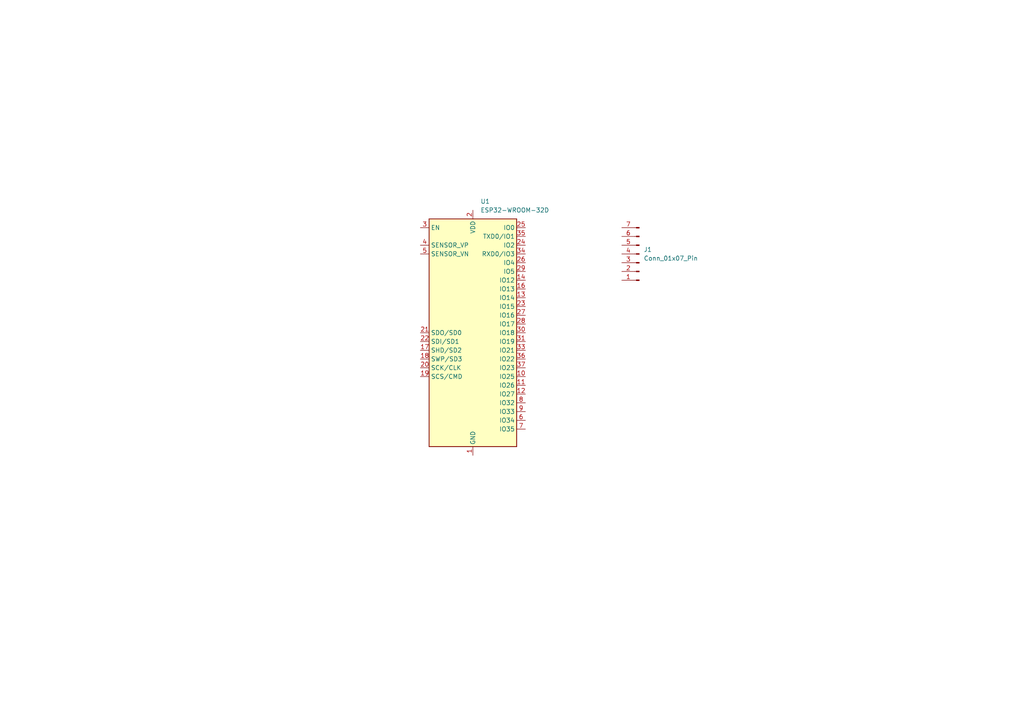
<source format=kicad_sch>
(kicad_sch (version 20230121) (generator eeschema)
  (paper "A4")
  (lib_symbols
    (symbol "Connector:Conn_01x07_Pin" (pin_names (offset 1.016) hide)
      (property "Reference" "J" (at 0 10.16 0))
      (property "Value" "Conn_01x07_Pin" (at 0 -10.16 0))
      (symbol "Conn_01x07_Pin_1_1"
        (polyline (pts (xy 1.27 -7.62) (xy 0.8636 -7.62)) (stroke (width 0.1524)))
        (polyline (pts (xy 1.27 -5.08) (xy 0.8636 -5.08)) (stroke (width 0.1524)))
        (polyline (pts (xy 1.27 -2.54) (xy 0.8636 -2.54)) (stroke (width 0.1524)))
        (polyline (pts (xy 1.27 0) (xy 0.8636 0)) (stroke (width 0.1524)))
        (polyline (pts (xy 1.27 2.54) (xy 0.8636 2.54)) (stroke (width 0.1524)))
        (polyline (pts (xy 1.27 5.08) (xy 0.8636 5.08)) (stroke (width 0.1524)))
        (polyline (pts (xy 1.27 7.62) (xy 0.8636 7.62)) (stroke (width 0.1524)))
        (rectangle (start 0.8636 -7.493) (end 0 -7.747) (stroke (width 0.1524)) (fill (type outline)))
        (rectangle (start 0.8636 -4.953) (end 0 -5.207) (stroke (width 0.1524)) (fill (type outline)))
        (rectangle (start 0.8636 -2.413) (end 0 -2.667) (stroke (width 0.1524)) (fill (type outline)))
        (rectangle (start 0.8636 0.127) (end 0 -0.127) (stroke (width 0.1524)) (fill (type outline)))
        (rectangle (start 0.8636 2.667) (end 0 2.413) (stroke (width 0.1524)) (fill (type outline)))
        (rectangle (start 0.8636 5.207) (end 0 4.953) (stroke (width 0.1524)) (fill (type outline)))
        (rectangle (start 0.8636 7.747) (end 0 7.493) (stroke (width 0.1524)) (fill (type outline)))
        (pin passive line (at 5.08 7.62 180) (length 3.81) (name "Pin_1") (number "1"))
        (pin passive line (at 5.08 5.08 180) (length 3.81) (name "Pin_2") (number "2"))
        (pin passive line (at 5.08 2.54 180) (length 3.81) (name "Pin_3") (number "3"))
        (pin passive line (at 5.08 0 180) (length 3.81) (name "Pin_4") (number "4"))
        (pin passive line (at 5.08 -2.54 180) (length 3.81) (name "Pin_5") (number "5"))
        (pin passive line (at 5.08 -5.08 180) (length 3.81) (name "Pin_6") (number "6"))
        (pin passive line (at 5.08 -7.62 180) (length 3.81) (name "Pin_7") (number "7"))
      )
    )
    (symbol "RF_Module:ESP32-WROOM-32D"
      (property "Reference" "U" (at -12.7 34.29 0))
      (property "Value" "ESP32-WROOM-32D" (at 1.27 34.29 0))
      (symbol "ESP32-WROOM-32D_0_1"
        (rectangle (start -12.7 33.02) (end 12.7 -33.02) (stroke (width 0.254)) (fill (type background)))
      )
      (symbol "ESP32-WROOM-32D_1_1"
        (pin power_in line (at 0 -35.56 90) (length 2.54) (name "GND") (number "1"))
        (pin bidirectional line (at 15.24 -12.7 180) (length 2.54) (name "IO25") (number "10"))
        (pin bidirectional line (at 15.24 -15.24 180) (length 2.54) (name "IO26") (number "11"))
        (pin bidirectional line (at 15.24 -17.78 180) (length 2.54) (name "IO27") (number "12"))
        (pin bidirectional line (at 15.24 10.16 180) (length 2.54) (name "IO14") (number "13"))
        (pin bidirectional line (at 15.24 15.24 180) (length 2.54) (name "IO12") (number "14"))
        (pin passive line (at 0 -35.56 90) (length 2.54) hide (name "GND") (number "15"))
        (pin bidirectional line (at 15.24 12.7 180) (length 2.54) (name "IO13") (number "16"))
        (pin bidirectional line (at -15.24 -5.08 0) (length 2.54) (name "SHD/SD2") (number "17"))
        (pin bidirectional line (at -15.24 -7.62 0) (length 2.54) (name "SWP/SD3") (number "18"))
        (pin bidirectional line (at -15.24 -12.7 0) (length 2.54) (name "SCS/CMD") (number "19"))
        (pin power_in line (at 0 35.56 270) (length 2.54) (name "VDD") (number "2"))
        (pin bidirectional line (at -15.24 -10.16 0) (length 2.54) (name "SCK/CLK") (number "20"))
        (pin bidirectional line (at -15.24 0 0) (length 2.54) (name "SDO/SD0") (number "21"))
        (pin bidirectional line (at -15.24 -2.54 0) (length 2.54) (name "SDI/SD1") (number "22"))
        (pin bidirectional line (at 15.24 7.62 180) (length 2.54) (name "IO15") (number "23"))
        (pin bidirectional line (at 15.24 25.4 180) (length 2.54) (name "IO2") (number "24"))
        (pin bidirectional line (at 15.24 30.48 180) (length 2.54) (name "IO0") (number "25"))
        (pin bidirectional line (at 15.24 20.32 180) (length 2.54) (name "IO4") (number "26"))
        (pin bidirectional line (at 15.24 5.08 180) (length 2.54) (name "IO16") (number "27"))
        (pin bidirectional line (at 15.24 2.54 180) (length 2.54) (name "IO17") (number "28"))
        (pin bidirectional line (at 15.24 17.78 180) (length 2.54) (name "IO5") (number "29"))
        (pin input line (at -15.24 30.48 0) (length 2.54) (name "EN") (number "3"))
        (pin bidirectional line (at 15.24 0 180) (length 2.54) (name "IO18") (number "30"))
        (pin bidirectional line (at 15.24 -2.54 180) (length 2.54) (name "IO19") (number "31"))
        (pin no_connect line (at -12.7 -27.94 0) (length 2.54) hide (name "NC") (number "32"))
        (pin bidirectional line (at 15.24 -5.08 180) (length 2.54) (name "IO21") (number "33"))
        (pin bidirectional line (at 15.24 22.86 180) (length 2.54) (name "RXD0/IO3") (number "34"))
        (pin bidirectional line (at 15.24 27.94 180) (length 2.54) (name "TXD0/IO1") (number "35"))
        (pin bidirectional line (at 15.24 -7.62 180) (length 2.54) (name "IO22") (number "36"))
        (pin bidirectional line (at 15.24 -10.16 180) (length 2.54) (name "IO23") (number "37"))
        (pin passive line (at 0 -35.56 90) (length 2.54) hide (name "GND") (number "38"))
        (pin passive line (at 0 -35.56 90) (length 2.54) hide (name "GND") (number "39"))
        (pin input line (at -15.24 25.4 0) (length 2.54) (name "SENSOR_VP") (number "4"))
        (pin input line (at -15.24 22.86 0) (length 2.54) (name "SENSOR_VN") (number "5"))
        (pin input line (at 15.24 -25.4 180) (length 2.54) (name "IO34") (number "6"))
        (pin input line (at 15.24 -27.94 180) (length 2.54) (name "IO35") (number "7"))
        (pin bidirectional line (at 15.24 -20.32 180) (length 2.54) (name "IO32") (number "8"))
        (pin bidirectional line (at 15.24 -22.86 180) (length 2.54) (name "IO33") (number "9"))
      )
    )
  )
  (symbol (lib_id "Connector:Conn_01x07_Pin") (at 185.42 73.66 180) (unit 1)
    (property "Reference" "J1" (at 186.69 72.39 0) (effects (justify right)))
    (property "Value" "Conn_01x07_Pin" (at 186.69 74.93 0) (effects (justify right)))
  )
  (symbol (lib_id "RF_Module:ESP32-WROOM-32D") (at 137.16 96.52 0) (unit 1)
    (property "Reference" "U1" (at 139.3541 58.42 0) (effects (justify left)))
    (property "Value" "ESP32-WROOM-32D" (at 139.3541 60.96 0) (effects (justify left)))
    (property "Footprint" "RF_Module:ESP32-WROOM-32D" (effects hide))
    (property "Datasheet" "https://www.espressif.com/sites/default/files/documentation/esp32-wroom-32d_esp32-wroom-32u_datasheet_en.pdf" (effects hide))
  )
)
</source>
